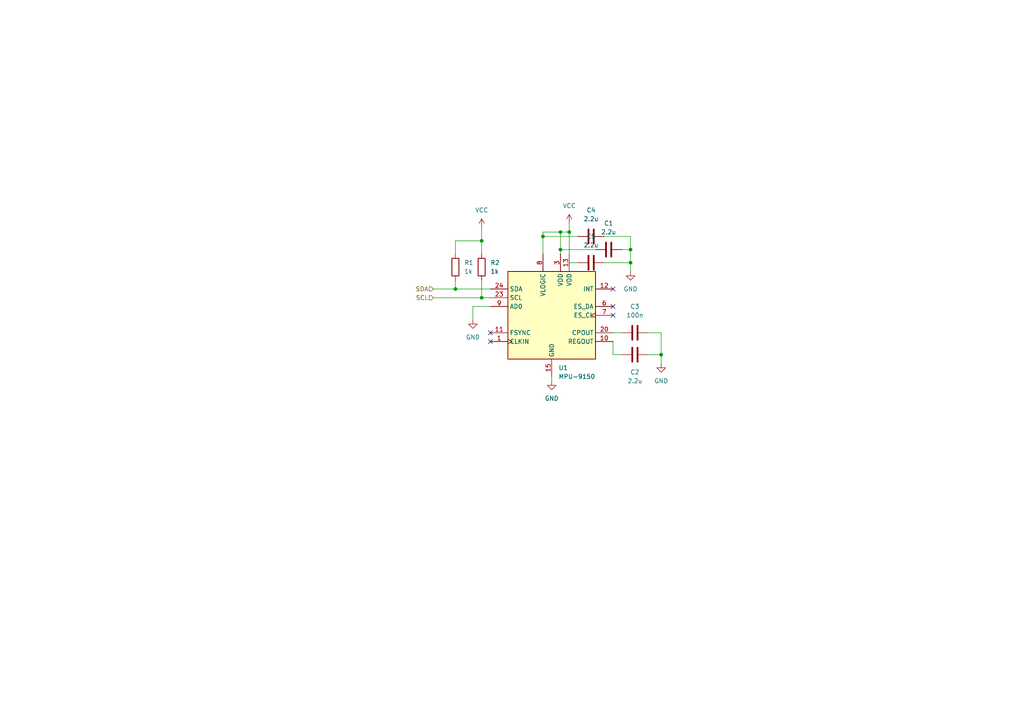
<source format=kicad_sch>
(kicad_sch (version 20230121) (generator eeschema)
  (paper "A4")
  (lib_symbols
    (symbol "Device:C" (pin_numbers hide) (pin_names (offset 0.254))
      (property "Reference" "C" (at 0.635 2.54 0))
      (property "Value" "C" (at 0.635 -2.54 0))
      (symbol "C_0_1"
        (polyline (pts (xy -2.032 -0.762) (xy 2.032 -0.762)) (stroke (width 0.508)))
        (polyline (pts (xy -2.032 0.762) (xy 2.032 0.762)) (stroke (width 0.508)))
      )
      (symbol "C_1_1"
        (pin passive line (at 0 3.81 270) (length 2.794) (name "~") (number "1"))
        (pin passive line (at 0 -3.81 90) (length 2.794) (name "~") (number "2"))
      )
    )
    (symbol "Device:R" (pin_numbers hide) (pin_names (offset 0))
      (property "Reference" "R" (at 2.032 0 90))
      (property "Value" "R" (at 0 0 90))
      (symbol "R_0_1"
        (rectangle (start -1.016 -2.54) (end 1.016 2.54) (stroke (width 0.254)))
      )
      (symbol "R_1_1"
        (pin passive line (at 0 3.81 270) (length 1.27) (name "~") (number "1"))
        (pin passive line (at 0 -3.81 90) (length 1.27) (name "~") (number "2"))
      )
    )
    (symbol "Sensor_Motion:MPU-9150"
      (property "Reference" "U" (at -11.43 13.97 0))
      (property "Value" "MPU-9150" (at 8.89 -13.97 0))
      (symbol "MPU-9150_0_1"
        (rectangle (start -12.7 12.7) (end 12.7 -12.7) (stroke (width 0.254)) (fill (type background)))
      )
      (symbol "MPU-9150_1_1"
        (pin input clock (at -17.78 -7.62 0) (length 5.08) (name "CLKIN") (number "1"))
        (pin passive line (at 17.78 -7.62 180) (length 5.08) (name "REGOUT") (number "10"))
        (pin input line (at -17.78 -5.08 0) (length 5.08) (name "FSYNC") (number "11"))
        (pin output line (at 17.78 7.62 180) (length 5.08) (name "INT") (number "12"))
        (pin power_in line (at 5.08 17.78 270) (length 5.08) (name "VDD") (number "13"))
        (pin power_in line (at 0 -17.78 90) (length 5.08) (name "GND") (number "15"))
        (pin passive line (at 0 -17.78 90) (length 5.08) hide (name "GND") (number "17"))
        (pin passive line (at 0 -17.78 90) (length 5.08) hide (name "GND") (number "18"))
        (pin passive line (at 17.78 -5.08 180) (length 5.08) (name "CPOUT") (number "20"))
        (pin input line (at -17.78 5.08 0) (length 5.08) (name "SCL") (number "23"))
        (pin bidirectional line (at -17.78 7.62 0) (length 5.08) (name "SDA") (number "24"))
        (pin power_in line (at 2.54 17.78 270) (length 5.08) (name "VDD") (number "3"))
        (pin bidirectional line (at 17.78 2.54 180) (length 5.08) (name "ES_DA") (number "6"))
        (pin output clock (at 17.78 0 180) (length 5.08) (name "ES_CL") (number "7"))
        (pin power_in line (at -2.54 17.78 270) (length 5.08) (name "VLOGIC") (number "8"))
        (pin input line (at -17.78 2.54 0) (length 5.08) (name "AD0") (number "9"))
      )
    )
    (symbol "power:GND" (power) (pin_names (offset 0))
      (property "Value" "GND" (at 0 -3.81 0))
      (symbol "GND_0_1"
        (polyline (pts (xy 0 0) (xy 0 -1.27) (xy 1.27 -1.27) (xy 0 -2.54) (xy -1.27 -1.27) (xy 0 -1.27)))
      )
      (symbol "GND_1_1"
        (pin power_in line (at 0 0 270) (length 0) hide (name "GND") (number "1"))
      )
    )
    (symbol "power:VCC" (power) (pin_names (offset 0))
      (property "Value" "VCC" (at 0 3.81 0))
      (symbol "VCC_0_1"
        (polyline (pts (xy -0.762 1.27) (xy 0 2.54)))
        (polyline (pts (xy 0 0) (xy 0 2.54)))
        (polyline (pts (xy 0 2.54) (xy 0.762 1.27)))
      )
      (symbol "VCC_1_1"
        (pin power_in line (at 0 0 90) (length 0) hide (name "VCC") (number "1"))
      )
    )
  )
  (junction (at 162.56 67.31))
  (junction (at 191.77 102.87))
  (junction (at 132.08 83.82))
  (junction (at 182.88 76.2))
  (junction (at 182.88 72.39))
  (junction (at 162.56 72.39))
  (junction (at 157.48 68.58))
  (junction (at 165.1 67.31))
  (junction (at 139.7 69.85))
  (junction (at 139.7 86.36))
  (no_connect (at 142.24 99.06))
  (no_connect (at 177.8 91.44))
  (no_connect (at 142.24 96.52))
  (no_connect (at 177.8 83.82))
  (no_connect (at 177.8 88.9))
  (wire (pts (xy 160.02 109.22) (xy 160.02 110.49)))
  (wire (pts (xy 187.96 96.52) (xy 191.77 96.52)))
  (wire (pts (xy 165.1 76.2) (xy 167.64 76.2)))
  (wire (pts (xy 165.1 67.31) (xy 165.1 73.66)))
  (wire (pts (xy 137.16 88.9) (xy 142.24 88.9)))
  (wire (pts (xy 139.7 81.28) (xy 139.7 86.36)))
  (wire (pts (xy 132.08 73.66) (xy 132.08 69.85)))
  (wire (pts (xy 162.56 67.31) (xy 165.1 67.31)))
  (wire (pts (xy 162.56 67.31) (xy 162.56 72.39)))
  (wire (pts (xy 182.88 76.2) (xy 182.88 78.74)))
  (wire (pts (xy 175.26 76.2) (xy 182.88 76.2)))
  (wire (pts (xy 177.8 102.87) (xy 180.34 102.87)))
  (wire (pts (xy 132.08 83.82) (xy 142.24 83.82)))
  (wire (pts (xy 132.08 69.85) (xy 139.7 69.85)))
  (wire (pts (xy 137.16 92.71) (xy 137.16 88.9)))
  (wire (pts (xy 132.08 81.28) (xy 132.08 83.82)))
  (wire (pts (xy 175.26 68.58) (xy 182.88 68.58)))
  (wire (pts (xy 157.48 67.31) (xy 157.48 68.58)))
  (wire (pts (xy 139.7 66.04) (xy 139.7 69.85)))
  (wire (pts (xy 177.8 99.06) (xy 177.8 102.87)))
  (wire (pts (xy 191.77 96.52) (xy 191.77 102.87)))
  (wire (pts (xy 182.88 68.58) (xy 182.88 72.39)))
  (wire (pts (xy 182.88 72.39) (xy 182.88 76.2)))
  (wire (pts (xy 187.96 102.87) (xy 191.77 102.87)))
  (wire (pts (xy 162.56 72.39) (xy 162.56 73.66)))
  (wire (pts (xy 165.1 64.77) (xy 165.1 67.31)))
  (wire (pts (xy 157.48 68.58) (xy 167.64 68.58)))
  (wire (pts (xy 191.77 102.87) (xy 191.77 105.41)))
  (wire (pts (xy 157.48 67.31) (xy 162.56 67.31)))
  (wire (pts (xy 125.73 86.36) (xy 139.7 86.36)))
  (wire (pts (xy 180.34 72.39) (xy 182.88 72.39)))
  (wire (pts (xy 125.73 83.82) (xy 132.08 83.82)))
  (wire (pts (xy 177.8 96.52) (xy 180.34 96.52)))
  (wire (pts (xy 139.7 86.36) (xy 142.24 86.36)))
  (wire (pts (xy 139.7 69.85) (xy 139.7 73.66)))
  (wire (pts (xy 162.56 72.39) (xy 172.72 72.39)))
  (wire (pts (xy 157.48 68.58) (xy 157.48 73.66)))
  (hierarchical_label "SCL" (shape input) (at 125.73 86.36 180))
  (hierarchical_label "SDA" (shape input) (at 125.73 83.82 180))
  (symbol (lib_id "power:GND") (at 160.02 110.49 0) (unit 1)
    (property "Reference" "#PWR02" (effects hide))
    (property "Value" "GND" (at 160.02 115.57 0))
  )
  (symbol (lib_id "Device:C") (at 184.15 96.52 90) (unit 1)
    (property "Reference" "C3" (at 184.15 88.9 90))
    (property "Value" "100n" (at 184.15 91.44 90))
    (property "Footprint" "Capacitor_SMD:C_0805_2012Metric" (effects hide))
  )
  (symbol (lib_id "Device:R") (at 132.08 77.47 0) (unit 1)
    (property "Reference" "R1" (at 134.62 76.2 0) (effects (justify left)))
    (property "Value" "1k" (at 134.62 78.74 0) (effects (justify left)))
    (property "Footprint" "Resistor_SMD:R_0805_2012Metric" (effects hide))
  )
  (symbol (lib_id "power:GND") (at 137.16 92.71 0) (unit 1)
    (property "Reference" "#PWR04" (effects hide))
    (property "Value" "GND" (at 137.16 97.79 0))
  )
  (symbol (lib_id "Device:C") (at 176.53 72.39 90) (unit 1)
    (property "Reference" "C1" (at 176.53 64.77 90))
    (property "Value" "2.2u" (at 176.53 67.31 90))
    (property "Footprint" "Capacitor_SMD:C_0805_2012Metric" (effects hide))
  )
  (symbol (lib_id "power:VCC") (at 139.7 66.04 0) (unit 1)
    (property "Reference" "#PWR05" (effects hide))
    (property "Value" "VCC" (at 139.7 60.96 0))
  )
  (symbol (lib_id "Sensor_Motion:MPU-9150") (at 160.02 91.44 0) (unit 1)
    (property "Reference" "U1" (at 161.9759 106.68 0) (effects (justify left)))
    (property "Value" "MPU-9150" (at 161.9759 109.22 0) (effects (justify left)))
    (property "Footprint" "Sensor_Motion:InvenSense_QFN-24_4x4mm_P0.5mm" (effects hide))
    (property "Datasheet" "https://www.invensense.com/wp-content/uploads/2015/02/MPU-9150-Datasheet.pdf" (effects hide))
  )
  (symbol (lib_id "Device:C") (at 184.15 102.87 90) (unit 1)
    (property "Reference" "C2" (at 184.15 107.95 90))
    (property "Value" "2.2u" (at 184.15 110.49 90))
    (property "Footprint" "Capacitor_SMD:C_0805_2012Metric" (effects hide))
  )
  (symbol (lib_id "power:GND") (at 191.77 105.41 0) (unit 1)
    (property "Reference" "#PWR03" (effects hide))
    (property "Value" "GND" (at 191.77 110.49 0))
  )
  (symbol (lib_id "Device:R") (at 139.7 77.47 0) (unit 1)
    (property "Reference" "R2" (at 142.24 76.2 0) (effects (justify left)))
    (property "Value" "1k" (at 142.24 78.74 0) (effects (justify left)))
    (property "Footprint" "Resistor_SMD:R_0805_2012Metric" (effects hide))
  )
  (symbol (lib_id "Device:C") (at 171.45 76.2 90) (unit 1)
    (property "Reference" "C5" (at 171.45 68.58 90))
    (property "Value" "2.2u" (at 171.45 71.12 90))
    (property "Footprint" "Capacitor_SMD:C_0805_2012Metric" (effects hide))
  )
  (symbol (lib_id "power:GND") (at 182.88 78.74 0) (unit 1)
    (property "Reference" "#PWR06" (effects hide))
    (property "Value" "GND" (at 182.88 83.82 0))
  )
  (symbol (lib_id "power:VCC") (at 165.1 64.77 0) (unit 1)
    (property "Reference" "#PWR01" (effects hide))
    (property "Value" "VCC" (at 165.1 59.69 0))
  )
  (symbol (lib_id "Device:C") (at 171.45 68.58 90) (unit 1)
    (property "Reference" "C4" (at 171.45 60.96 90))
    (property "Value" "2.2u" (at 171.45 63.5 90))
    (property "Footprint" "Capacitor_SMD:C_0805_2012Metric" (effects hide))
  )
)
</source>
